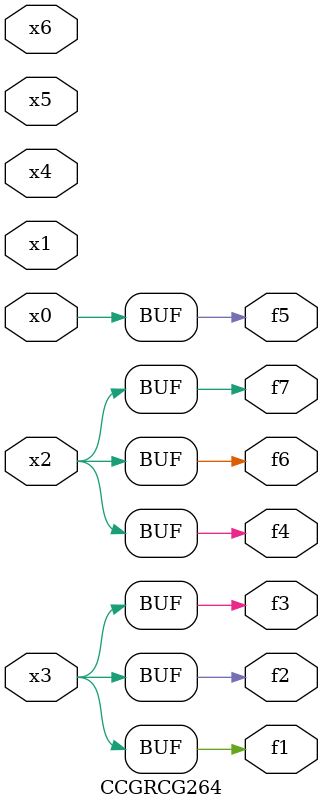
<source format=v>
module CCGRCG264(
	input x0, x1, x2, x3, x4, x5, x6,
	output f1, f2, f3, f4, f5, f6, f7
);
	assign f1 = x3;
	assign f2 = x3;
	assign f3 = x3;
	assign f4 = x2;
	assign f5 = x0;
	assign f6 = x2;
	assign f7 = x2;
endmodule

</source>
